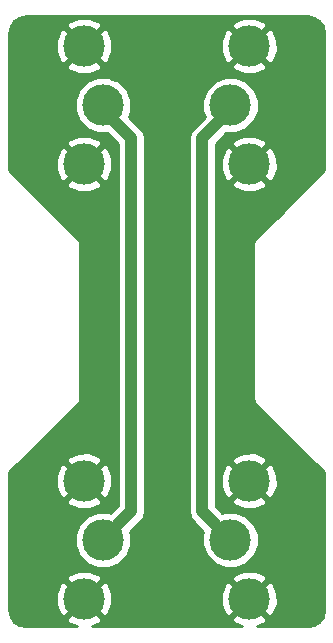
<source format=gtl>
G04 #@! TF.FileFunction,Copper,L1,Top,Signal*
%FSLAX46Y46*%
G04 Gerber Fmt 4.6, Leading zero omitted, Abs format (unit mm)*
G04 Created by KiCad (PCBNEW (2015-05-13 BZR 5653)-product) date Sunday, September 27, 2015 'PMt' 08:24:50 PM*
%MOMM*%
G01*
G04 APERTURE LIST*
%ADD10C,0.100000*%
%ADD11C,3.500000*%
%ADD12C,1.000000*%
%ADD13C,0.254000*%
G04 APERTURE END LIST*
D10*
D11*
X137400000Y-115000000D03*
X139000000Y-120000000D03*
X139000000Y-110000000D03*
X126600000Y-115000000D03*
X125000000Y-110000000D03*
X125000000Y-120000000D03*
X137400000Y-78200000D03*
X139000000Y-83200000D03*
X139000000Y-73200000D03*
X126600000Y-78200000D03*
X125000000Y-73200000D03*
X125000000Y-83200000D03*
D12*
X126600000Y-78200000D02*
X126600000Y-78600000D01*
X126600000Y-78600000D02*
X129000000Y-81000000D01*
X129000000Y-112600000D02*
X126600000Y-115000000D01*
X129000000Y-81000000D02*
X129000000Y-112600000D01*
X137400000Y-78200000D02*
X137400000Y-78600000D01*
X137400000Y-78600000D02*
X135000000Y-81000000D01*
X135000000Y-81000000D02*
X135000000Y-112600000D01*
X135000000Y-112600000D02*
X137400000Y-115000000D01*
D13*
G36*
X145315000Y-120932533D02*
X145202502Y-121498093D01*
X144920356Y-121920356D01*
X144498093Y-122202502D01*
X143932532Y-122315000D01*
X141390956Y-122315000D01*
X141390956Y-120443409D01*
X141390956Y-110443409D01*
X141378641Y-109494677D01*
X141039271Y-108675364D01*
X140694528Y-108485077D01*
X140514923Y-108664682D01*
X140514923Y-108305472D01*
X140324636Y-107960729D01*
X139443409Y-107609044D01*
X138494677Y-107621359D01*
X137675364Y-107960729D01*
X137485077Y-108305472D01*
X139000000Y-109820395D01*
X140514923Y-108305472D01*
X140514923Y-108664682D01*
X139179605Y-110000000D01*
X140694528Y-111514923D01*
X141039271Y-111324636D01*
X141390956Y-110443409D01*
X141390956Y-120443409D01*
X141378641Y-119494677D01*
X141039271Y-118675364D01*
X140694528Y-118485077D01*
X140514923Y-118664682D01*
X140514923Y-118305472D01*
X140514923Y-111694528D01*
X139000000Y-110179605D01*
X138820395Y-110359210D01*
X138820395Y-110000000D01*
X137305472Y-108485077D01*
X136960729Y-108675364D01*
X136609044Y-109556591D01*
X136621359Y-110505323D01*
X136960729Y-111324636D01*
X137305472Y-111514923D01*
X138820395Y-110000000D01*
X138820395Y-110359210D01*
X137485077Y-111694528D01*
X137675364Y-112039271D01*
X138556591Y-112390956D01*
X139505323Y-112378641D01*
X140324636Y-112039271D01*
X140514923Y-111694528D01*
X140514923Y-118305472D01*
X140324636Y-117960729D01*
X139785413Y-117745532D01*
X139785413Y-114527675D01*
X139423084Y-113650771D01*
X138752758Y-112979274D01*
X137876487Y-112615415D01*
X136927675Y-112614587D01*
X136709759Y-112704627D01*
X136135000Y-112129867D01*
X136135000Y-81470132D01*
X137020462Y-80584669D01*
X137872325Y-80585413D01*
X138749229Y-80223084D01*
X139420726Y-79552758D01*
X139784585Y-78676487D01*
X139785413Y-77727675D01*
X139423084Y-76850771D01*
X138752758Y-76179274D01*
X137876487Y-75815415D01*
X136927675Y-75814587D01*
X136050771Y-76176916D01*
X135379274Y-76847242D01*
X135015415Y-77723513D01*
X135014587Y-78672325D01*
X135221580Y-79173287D01*
X134197434Y-80197434D01*
X133951397Y-80565654D01*
X133865000Y-81000000D01*
X133865000Y-112600000D01*
X133951397Y-113034346D01*
X134197434Y-113402566D01*
X135104306Y-114309438D01*
X135015415Y-114523513D01*
X135014587Y-115472325D01*
X135376916Y-116349229D01*
X136047242Y-117020726D01*
X136923513Y-117384585D01*
X137872325Y-117385413D01*
X138749229Y-117023084D01*
X139420726Y-116352758D01*
X139784585Y-115476487D01*
X139785413Y-114527675D01*
X139785413Y-117745532D01*
X139443409Y-117609044D01*
X138494677Y-117621359D01*
X137675364Y-117960729D01*
X137485077Y-118305472D01*
X139000000Y-119820395D01*
X140514923Y-118305472D01*
X140514923Y-118664682D01*
X139179605Y-120000000D01*
X140694528Y-121514923D01*
X141039271Y-121324636D01*
X141390956Y-120443409D01*
X141390956Y-122315000D01*
X139658966Y-122315000D01*
X140324636Y-122039271D01*
X140514923Y-121694528D01*
X139000000Y-120179605D01*
X138820395Y-120359210D01*
X138820395Y-120000000D01*
X137305472Y-118485077D01*
X136960729Y-118675364D01*
X136609044Y-119556591D01*
X136621359Y-120505323D01*
X136960729Y-121324636D01*
X137305472Y-121514923D01*
X138820395Y-120000000D01*
X138820395Y-120359210D01*
X137485077Y-121694528D01*
X137675364Y-122039271D01*
X138366265Y-122315000D01*
X130135000Y-122315000D01*
X130135000Y-112600000D01*
X130135000Y-81000000D01*
X130048604Y-80565655D01*
X130048603Y-80565654D01*
X129802567Y-80197434D01*
X128778332Y-79173199D01*
X128984585Y-78676487D01*
X128985413Y-77727675D01*
X128623084Y-76850771D01*
X127952758Y-76179274D01*
X127390956Y-75945993D01*
X127390956Y-73643409D01*
X127378641Y-72694677D01*
X127039271Y-71875364D01*
X126694528Y-71685077D01*
X126514923Y-71864682D01*
X126514923Y-71505472D01*
X126324636Y-71160729D01*
X125443409Y-70809044D01*
X124494677Y-70821359D01*
X123675364Y-71160729D01*
X123485077Y-71505472D01*
X125000000Y-73020395D01*
X126514923Y-71505472D01*
X126514923Y-71864682D01*
X125179605Y-73200000D01*
X126694528Y-74714923D01*
X127039271Y-74524636D01*
X127390956Y-73643409D01*
X127390956Y-75945993D01*
X127076487Y-75815415D01*
X126514923Y-75814924D01*
X126514923Y-74894528D01*
X125000000Y-73379605D01*
X124820395Y-73559210D01*
X124820395Y-73200000D01*
X123305472Y-71685077D01*
X122960729Y-71875364D01*
X122609044Y-72756591D01*
X122621359Y-73705323D01*
X122960729Y-74524636D01*
X123305472Y-74714923D01*
X124820395Y-73200000D01*
X124820395Y-73559210D01*
X123485077Y-74894528D01*
X123675364Y-75239271D01*
X124556591Y-75590956D01*
X125505323Y-75578641D01*
X126324636Y-75239271D01*
X126514923Y-74894528D01*
X126514923Y-75814924D01*
X126127675Y-75814587D01*
X125250771Y-76176916D01*
X124579274Y-76847242D01*
X124215415Y-77723513D01*
X124214587Y-78672325D01*
X124576916Y-79549229D01*
X125247242Y-80220726D01*
X126123513Y-80584585D01*
X126980200Y-80585332D01*
X127865000Y-81470132D01*
X127865000Y-112129867D01*
X127390956Y-112603911D01*
X127390956Y-110443409D01*
X127390956Y-83643409D01*
X127378641Y-82694677D01*
X127039271Y-81875364D01*
X126694528Y-81685077D01*
X126514923Y-81864682D01*
X126514923Y-81505472D01*
X126324636Y-81160729D01*
X125443409Y-80809044D01*
X124494677Y-80821359D01*
X123675364Y-81160729D01*
X123485077Y-81505472D01*
X125000000Y-83020395D01*
X126514923Y-81505472D01*
X126514923Y-81864682D01*
X125179605Y-83200000D01*
X126694528Y-84714923D01*
X127039271Y-84524636D01*
X127390956Y-83643409D01*
X127390956Y-110443409D01*
X127378641Y-109494677D01*
X127039271Y-108675364D01*
X126694528Y-108485077D01*
X126514923Y-108664682D01*
X126514923Y-108305472D01*
X126514923Y-84894528D01*
X125000000Y-83379605D01*
X124820395Y-83559210D01*
X124820395Y-83200000D01*
X123305472Y-81685077D01*
X122960729Y-81875364D01*
X122609044Y-82756591D01*
X122621359Y-83705323D01*
X122960729Y-84524636D01*
X123305472Y-84714923D01*
X124820395Y-83200000D01*
X124820395Y-83559210D01*
X123485077Y-84894528D01*
X123675364Y-85239271D01*
X124556591Y-85590956D01*
X125505323Y-85578641D01*
X126324636Y-85239271D01*
X126514923Y-84894528D01*
X126514923Y-108305472D01*
X126324636Y-107960729D01*
X125443409Y-107609044D01*
X124494677Y-107621359D01*
X123675364Y-107960729D01*
X123485077Y-108305472D01*
X125000000Y-109820395D01*
X126514923Y-108305472D01*
X126514923Y-108664682D01*
X125179605Y-110000000D01*
X126694528Y-111514923D01*
X127039271Y-111324636D01*
X127390956Y-110443409D01*
X127390956Y-112603911D01*
X127290561Y-112704306D01*
X127076487Y-112615415D01*
X126514923Y-112614924D01*
X126514923Y-111694528D01*
X125000000Y-110179605D01*
X124820395Y-110359210D01*
X124820395Y-110000000D01*
X123305472Y-108485077D01*
X122960729Y-108675364D01*
X122609044Y-109556591D01*
X122621359Y-110505323D01*
X122960729Y-111324636D01*
X123305472Y-111514923D01*
X124820395Y-110000000D01*
X124820395Y-110359210D01*
X123485077Y-111694528D01*
X123675364Y-112039271D01*
X124556591Y-112390956D01*
X125505323Y-112378641D01*
X126324636Y-112039271D01*
X126514923Y-111694528D01*
X126514923Y-112614924D01*
X126127675Y-112614587D01*
X125250771Y-112976916D01*
X124579274Y-113647242D01*
X124215415Y-114523513D01*
X124214587Y-115472325D01*
X124576916Y-116349229D01*
X125247242Y-117020726D01*
X126123513Y-117384585D01*
X127072325Y-117385413D01*
X127949229Y-117023084D01*
X128620726Y-116352758D01*
X128984585Y-115476487D01*
X128985413Y-114527675D01*
X128895372Y-114309760D01*
X129802566Y-113402566D01*
X129802567Y-113402566D01*
X130048603Y-113034346D01*
X130048604Y-113034345D01*
X130135000Y-112600000D01*
X130135000Y-122315000D01*
X127390956Y-122315000D01*
X127390956Y-120443409D01*
X127378641Y-119494677D01*
X127039271Y-118675364D01*
X126694528Y-118485077D01*
X126514923Y-118664682D01*
X126514923Y-118305472D01*
X126324636Y-117960729D01*
X125443409Y-117609044D01*
X124494677Y-117621359D01*
X123675364Y-117960729D01*
X123485077Y-118305472D01*
X125000000Y-119820395D01*
X126514923Y-118305472D01*
X126514923Y-118664682D01*
X125179605Y-120000000D01*
X126694528Y-121514923D01*
X127039271Y-121324636D01*
X127390956Y-120443409D01*
X127390956Y-122315000D01*
X125658966Y-122315000D01*
X126324636Y-122039271D01*
X126514923Y-121694528D01*
X125000000Y-120179605D01*
X124820395Y-120359210D01*
X124820395Y-120000000D01*
X123305472Y-118485077D01*
X122960729Y-118675364D01*
X122609044Y-119556591D01*
X122621359Y-120505323D01*
X122960729Y-121324636D01*
X123305472Y-121514923D01*
X124820395Y-120000000D01*
X124820395Y-120359210D01*
X123485077Y-121694528D01*
X123675364Y-122039271D01*
X124366265Y-122315000D01*
X120067466Y-122315000D01*
X119501906Y-122202502D01*
X119079643Y-121920356D01*
X118797497Y-121498093D01*
X118685000Y-120932532D01*
X118685000Y-109283736D01*
X124484368Y-103484368D01*
X124632857Y-103262138D01*
X124685000Y-103000000D01*
X124685000Y-90000000D01*
X124632857Y-89737862D01*
X124484368Y-89515632D01*
X118685000Y-83716264D01*
X118685000Y-72067467D01*
X118797497Y-71501906D01*
X119079643Y-71079643D01*
X119501906Y-70797497D01*
X120067466Y-70685000D01*
X143932532Y-70685000D01*
X144498093Y-70797497D01*
X144920356Y-71079643D01*
X145202502Y-71501906D01*
X145315000Y-72067466D01*
X145315000Y-83716264D01*
X141390956Y-87640308D01*
X141390956Y-83643409D01*
X141390956Y-73643409D01*
X141378641Y-72694677D01*
X141039271Y-71875364D01*
X140694528Y-71685077D01*
X140514923Y-71864682D01*
X140514923Y-71505472D01*
X140324636Y-71160729D01*
X139443409Y-70809044D01*
X138494677Y-70821359D01*
X137675364Y-71160729D01*
X137485077Y-71505472D01*
X139000000Y-73020395D01*
X140514923Y-71505472D01*
X140514923Y-71864682D01*
X139179605Y-73200000D01*
X140694528Y-74714923D01*
X141039271Y-74524636D01*
X141390956Y-73643409D01*
X141390956Y-83643409D01*
X141378641Y-82694677D01*
X141039271Y-81875364D01*
X140694528Y-81685077D01*
X140514923Y-81864682D01*
X140514923Y-81505472D01*
X140514923Y-74894528D01*
X139000000Y-73379605D01*
X138820395Y-73559210D01*
X138820395Y-73200000D01*
X137305472Y-71685077D01*
X136960729Y-71875364D01*
X136609044Y-72756591D01*
X136621359Y-73705323D01*
X136960729Y-74524636D01*
X137305472Y-74714923D01*
X138820395Y-73200000D01*
X138820395Y-73559210D01*
X137485077Y-74894528D01*
X137675364Y-75239271D01*
X138556591Y-75590956D01*
X139505323Y-75578641D01*
X140324636Y-75239271D01*
X140514923Y-74894528D01*
X140514923Y-81505472D01*
X140324636Y-81160729D01*
X139443409Y-80809044D01*
X138494677Y-80821359D01*
X137675364Y-81160729D01*
X137485077Y-81505472D01*
X139000000Y-83020395D01*
X140514923Y-81505472D01*
X140514923Y-81864682D01*
X139179605Y-83200000D01*
X140694528Y-84714923D01*
X141039271Y-84524636D01*
X141390956Y-83643409D01*
X141390956Y-87640308D01*
X140514923Y-88516341D01*
X140514923Y-84894528D01*
X139000000Y-83379605D01*
X138820395Y-83559210D01*
X138820395Y-83200000D01*
X137305472Y-81685077D01*
X136960729Y-81875364D01*
X136609044Y-82756591D01*
X136621359Y-83705323D01*
X136960729Y-84524636D01*
X137305472Y-84714923D01*
X138820395Y-83200000D01*
X138820395Y-83559210D01*
X137485077Y-84894528D01*
X137675364Y-85239271D01*
X138556591Y-85590956D01*
X139505323Y-85578641D01*
X140324636Y-85239271D01*
X140514923Y-84894528D01*
X140514923Y-88516341D01*
X139515632Y-89515632D01*
X139367143Y-89737862D01*
X139315000Y-90000000D01*
X139315000Y-103000000D01*
X139367143Y-103262138D01*
X139515632Y-103484368D01*
X145315000Y-109283736D01*
X145315000Y-120932533D01*
X145315000Y-120932533D01*
G37*
X145315000Y-120932533D02*
X145202502Y-121498093D01*
X144920356Y-121920356D01*
X144498093Y-122202502D01*
X143932532Y-122315000D01*
X141390956Y-122315000D01*
X141390956Y-120443409D01*
X141390956Y-110443409D01*
X141378641Y-109494677D01*
X141039271Y-108675364D01*
X140694528Y-108485077D01*
X140514923Y-108664682D01*
X140514923Y-108305472D01*
X140324636Y-107960729D01*
X139443409Y-107609044D01*
X138494677Y-107621359D01*
X137675364Y-107960729D01*
X137485077Y-108305472D01*
X139000000Y-109820395D01*
X140514923Y-108305472D01*
X140514923Y-108664682D01*
X139179605Y-110000000D01*
X140694528Y-111514923D01*
X141039271Y-111324636D01*
X141390956Y-110443409D01*
X141390956Y-120443409D01*
X141378641Y-119494677D01*
X141039271Y-118675364D01*
X140694528Y-118485077D01*
X140514923Y-118664682D01*
X140514923Y-118305472D01*
X140514923Y-111694528D01*
X139000000Y-110179605D01*
X138820395Y-110359210D01*
X138820395Y-110000000D01*
X137305472Y-108485077D01*
X136960729Y-108675364D01*
X136609044Y-109556591D01*
X136621359Y-110505323D01*
X136960729Y-111324636D01*
X137305472Y-111514923D01*
X138820395Y-110000000D01*
X138820395Y-110359210D01*
X137485077Y-111694528D01*
X137675364Y-112039271D01*
X138556591Y-112390956D01*
X139505323Y-112378641D01*
X140324636Y-112039271D01*
X140514923Y-111694528D01*
X140514923Y-118305472D01*
X140324636Y-117960729D01*
X139785413Y-117745532D01*
X139785413Y-114527675D01*
X139423084Y-113650771D01*
X138752758Y-112979274D01*
X137876487Y-112615415D01*
X136927675Y-112614587D01*
X136709759Y-112704627D01*
X136135000Y-112129867D01*
X136135000Y-81470132D01*
X137020462Y-80584669D01*
X137872325Y-80585413D01*
X138749229Y-80223084D01*
X139420726Y-79552758D01*
X139784585Y-78676487D01*
X139785413Y-77727675D01*
X139423084Y-76850771D01*
X138752758Y-76179274D01*
X137876487Y-75815415D01*
X136927675Y-75814587D01*
X136050771Y-76176916D01*
X135379274Y-76847242D01*
X135015415Y-77723513D01*
X135014587Y-78672325D01*
X135221580Y-79173287D01*
X134197434Y-80197434D01*
X133951397Y-80565654D01*
X133865000Y-81000000D01*
X133865000Y-112600000D01*
X133951397Y-113034346D01*
X134197434Y-113402566D01*
X135104306Y-114309438D01*
X135015415Y-114523513D01*
X135014587Y-115472325D01*
X135376916Y-116349229D01*
X136047242Y-117020726D01*
X136923513Y-117384585D01*
X137872325Y-117385413D01*
X138749229Y-117023084D01*
X139420726Y-116352758D01*
X139784585Y-115476487D01*
X139785413Y-114527675D01*
X139785413Y-117745532D01*
X139443409Y-117609044D01*
X138494677Y-117621359D01*
X137675364Y-117960729D01*
X137485077Y-118305472D01*
X139000000Y-119820395D01*
X140514923Y-118305472D01*
X140514923Y-118664682D01*
X139179605Y-120000000D01*
X140694528Y-121514923D01*
X141039271Y-121324636D01*
X141390956Y-120443409D01*
X141390956Y-122315000D01*
X139658966Y-122315000D01*
X140324636Y-122039271D01*
X140514923Y-121694528D01*
X139000000Y-120179605D01*
X138820395Y-120359210D01*
X138820395Y-120000000D01*
X137305472Y-118485077D01*
X136960729Y-118675364D01*
X136609044Y-119556591D01*
X136621359Y-120505323D01*
X136960729Y-121324636D01*
X137305472Y-121514923D01*
X138820395Y-120000000D01*
X138820395Y-120359210D01*
X137485077Y-121694528D01*
X137675364Y-122039271D01*
X138366265Y-122315000D01*
X130135000Y-122315000D01*
X130135000Y-112600000D01*
X130135000Y-81000000D01*
X130048604Y-80565655D01*
X130048603Y-80565654D01*
X129802567Y-80197434D01*
X128778332Y-79173199D01*
X128984585Y-78676487D01*
X128985413Y-77727675D01*
X128623084Y-76850771D01*
X127952758Y-76179274D01*
X127390956Y-75945993D01*
X127390956Y-73643409D01*
X127378641Y-72694677D01*
X127039271Y-71875364D01*
X126694528Y-71685077D01*
X126514923Y-71864682D01*
X126514923Y-71505472D01*
X126324636Y-71160729D01*
X125443409Y-70809044D01*
X124494677Y-70821359D01*
X123675364Y-71160729D01*
X123485077Y-71505472D01*
X125000000Y-73020395D01*
X126514923Y-71505472D01*
X126514923Y-71864682D01*
X125179605Y-73200000D01*
X126694528Y-74714923D01*
X127039271Y-74524636D01*
X127390956Y-73643409D01*
X127390956Y-75945993D01*
X127076487Y-75815415D01*
X126514923Y-75814924D01*
X126514923Y-74894528D01*
X125000000Y-73379605D01*
X124820395Y-73559210D01*
X124820395Y-73200000D01*
X123305472Y-71685077D01*
X122960729Y-71875364D01*
X122609044Y-72756591D01*
X122621359Y-73705323D01*
X122960729Y-74524636D01*
X123305472Y-74714923D01*
X124820395Y-73200000D01*
X124820395Y-73559210D01*
X123485077Y-74894528D01*
X123675364Y-75239271D01*
X124556591Y-75590956D01*
X125505323Y-75578641D01*
X126324636Y-75239271D01*
X126514923Y-74894528D01*
X126514923Y-75814924D01*
X126127675Y-75814587D01*
X125250771Y-76176916D01*
X124579274Y-76847242D01*
X124215415Y-77723513D01*
X124214587Y-78672325D01*
X124576916Y-79549229D01*
X125247242Y-80220726D01*
X126123513Y-80584585D01*
X126980200Y-80585332D01*
X127865000Y-81470132D01*
X127865000Y-112129867D01*
X127390956Y-112603911D01*
X127390956Y-110443409D01*
X127390956Y-83643409D01*
X127378641Y-82694677D01*
X127039271Y-81875364D01*
X126694528Y-81685077D01*
X126514923Y-81864682D01*
X126514923Y-81505472D01*
X126324636Y-81160729D01*
X125443409Y-80809044D01*
X124494677Y-80821359D01*
X123675364Y-81160729D01*
X123485077Y-81505472D01*
X125000000Y-83020395D01*
X126514923Y-81505472D01*
X126514923Y-81864682D01*
X125179605Y-83200000D01*
X126694528Y-84714923D01*
X127039271Y-84524636D01*
X127390956Y-83643409D01*
X127390956Y-110443409D01*
X127378641Y-109494677D01*
X127039271Y-108675364D01*
X126694528Y-108485077D01*
X126514923Y-108664682D01*
X126514923Y-108305472D01*
X126514923Y-84894528D01*
X125000000Y-83379605D01*
X124820395Y-83559210D01*
X124820395Y-83200000D01*
X123305472Y-81685077D01*
X122960729Y-81875364D01*
X122609044Y-82756591D01*
X122621359Y-83705323D01*
X122960729Y-84524636D01*
X123305472Y-84714923D01*
X124820395Y-83200000D01*
X124820395Y-83559210D01*
X123485077Y-84894528D01*
X123675364Y-85239271D01*
X124556591Y-85590956D01*
X125505323Y-85578641D01*
X126324636Y-85239271D01*
X126514923Y-84894528D01*
X126514923Y-108305472D01*
X126324636Y-107960729D01*
X125443409Y-107609044D01*
X124494677Y-107621359D01*
X123675364Y-107960729D01*
X123485077Y-108305472D01*
X125000000Y-109820395D01*
X126514923Y-108305472D01*
X126514923Y-108664682D01*
X125179605Y-110000000D01*
X126694528Y-111514923D01*
X127039271Y-111324636D01*
X127390956Y-110443409D01*
X127390956Y-112603911D01*
X127290561Y-112704306D01*
X127076487Y-112615415D01*
X126514923Y-112614924D01*
X126514923Y-111694528D01*
X125000000Y-110179605D01*
X124820395Y-110359210D01*
X124820395Y-110000000D01*
X123305472Y-108485077D01*
X122960729Y-108675364D01*
X122609044Y-109556591D01*
X122621359Y-110505323D01*
X122960729Y-111324636D01*
X123305472Y-111514923D01*
X124820395Y-110000000D01*
X124820395Y-110359210D01*
X123485077Y-111694528D01*
X123675364Y-112039271D01*
X124556591Y-112390956D01*
X125505323Y-112378641D01*
X126324636Y-112039271D01*
X126514923Y-111694528D01*
X126514923Y-112614924D01*
X126127675Y-112614587D01*
X125250771Y-112976916D01*
X124579274Y-113647242D01*
X124215415Y-114523513D01*
X124214587Y-115472325D01*
X124576916Y-116349229D01*
X125247242Y-117020726D01*
X126123513Y-117384585D01*
X127072325Y-117385413D01*
X127949229Y-117023084D01*
X128620726Y-116352758D01*
X128984585Y-115476487D01*
X128985413Y-114527675D01*
X128895372Y-114309760D01*
X129802566Y-113402566D01*
X129802567Y-113402566D01*
X130048603Y-113034346D01*
X130048604Y-113034345D01*
X130135000Y-112600000D01*
X130135000Y-122315000D01*
X127390956Y-122315000D01*
X127390956Y-120443409D01*
X127378641Y-119494677D01*
X127039271Y-118675364D01*
X126694528Y-118485077D01*
X126514923Y-118664682D01*
X126514923Y-118305472D01*
X126324636Y-117960729D01*
X125443409Y-117609044D01*
X124494677Y-117621359D01*
X123675364Y-117960729D01*
X123485077Y-118305472D01*
X125000000Y-119820395D01*
X126514923Y-118305472D01*
X126514923Y-118664682D01*
X125179605Y-120000000D01*
X126694528Y-121514923D01*
X127039271Y-121324636D01*
X127390956Y-120443409D01*
X127390956Y-122315000D01*
X125658966Y-122315000D01*
X126324636Y-122039271D01*
X126514923Y-121694528D01*
X125000000Y-120179605D01*
X124820395Y-120359210D01*
X124820395Y-120000000D01*
X123305472Y-118485077D01*
X122960729Y-118675364D01*
X122609044Y-119556591D01*
X122621359Y-120505323D01*
X122960729Y-121324636D01*
X123305472Y-121514923D01*
X124820395Y-120000000D01*
X124820395Y-120359210D01*
X123485077Y-121694528D01*
X123675364Y-122039271D01*
X124366265Y-122315000D01*
X120067466Y-122315000D01*
X119501906Y-122202502D01*
X119079643Y-121920356D01*
X118797497Y-121498093D01*
X118685000Y-120932532D01*
X118685000Y-109283736D01*
X124484368Y-103484368D01*
X124632857Y-103262138D01*
X124685000Y-103000000D01*
X124685000Y-90000000D01*
X124632857Y-89737862D01*
X124484368Y-89515632D01*
X118685000Y-83716264D01*
X118685000Y-72067467D01*
X118797497Y-71501906D01*
X119079643Y-71079643D01*
X119501906Y-70797497D01*
X120067466Y-70685000D01*
X143932532Y-70685000D01*
X144498093Y-70797497D01*
X144920356Y-71079643D01*
X145202502Y-71501906D01*
X145315000Y-72067466D01*
X145315000Y-83716264D01*
X141390956Y-87640308D01*
X141390956Y-83643409D01*
X141390956Y-73643409D01*
X141378641Y-72694677D01*
X141039271Y-71875364D01*
X140694528Y-71685077D01*
X140514923Y-71864682D01*
X140514923Y-71505472D01*
X140324636Y-71160729D01*
X139443409Y-70809044D01*
X138494677Y-70821359D01*
X137675364Y-71160729D01*
X137485077Y-71505472D01*
X139000000Y-73020395D01*
X140514923Y-71505472D01*
X140514923Y-71864682D01*
X139179605Y-73200000D01*
X140694528Y-74714923D01*
X141039271Y-74524636D01*
X141390956Y-73643409D01*
X141390956Y-83643409D01*
X141378641Y-82694677D01*
X141039271Y-81875364D01*
X140694528Y-81685077D01*
X140514923Y-81864682D01*
X140514923Y-81505472D01*
X140514923Y-74894528D01*
X139000000Y-73379605D01*
X138820395Y-73559210D01*
X138820395Y-73200000D01*
X137305472Y-71685077D01*
X136960729Y-71875364D01*
X136609044Y-72756591D01*
X136621359Y-73705323D01*
X136960729Y-74524636D01*
X137305472Y-74714923D01*
X138820395Y-73200000D01*
X138820395Y-73559210D01*
X137485077Y-74894528D01*
X137675364Y-75239271D01*
X138556591Y-75590956D01*
X139505323Y-75578641D01*
X140324636Y-75239271D01*
X140514923Y-74894528D01*
X140514923Y-81505472D01*
X140324636Y-81160729D01*
X139443409Y-80809044D01*
X138494677Y-80821359D01*
X137675364Y-81160729D01*
X137485077Y-81505472D01*
X139000000Y-83020395D01*
X140514923Y-81505472D01*
X140514923Y-81864682D01*
X139179605Y-83200000D01*
X140694528Y-84714923D01*
X141039271Y-84524636D01*
X141390956Y-83643409D01*
X141390956Y-87640308D01*
X140514923Y-88516341D01*
X140514923Y-84894528D01*
X139000000Y-83379605D01*
X138820395Y-83559210D01*
X138820395Y-83200000D01*
X137305472Y-81685077D01*
X136960729Y-81875364D01*
X136609044Y-82756591D01*
X136621359Y-83705323D01*
X136960729Y-84524636D01*
X137305472Y-84714923D01*
X138820395Y-83200000D01*
X138820395Y-83559210D01*
X137485077Y-84894528D01*
X137675364Y-85239271D01*
X138556591Y-85590956D01*
X139505323Y-85578641D01*
X140324636Y-85239271D01*
X140514923Y-84894528D01*
X140514923Y-88516341D01*
X139515632Y-89515632D01*
X139367143Y-89737862D01*
X139315000Y-90000000D01*
X139315000Y-103000000D01*
X139367143Y-103262138D01*
X139515632Y-103484368D01*
X145315000Y-109283736D01*
X145315000Y-120932533D01*
M02*

</source>
